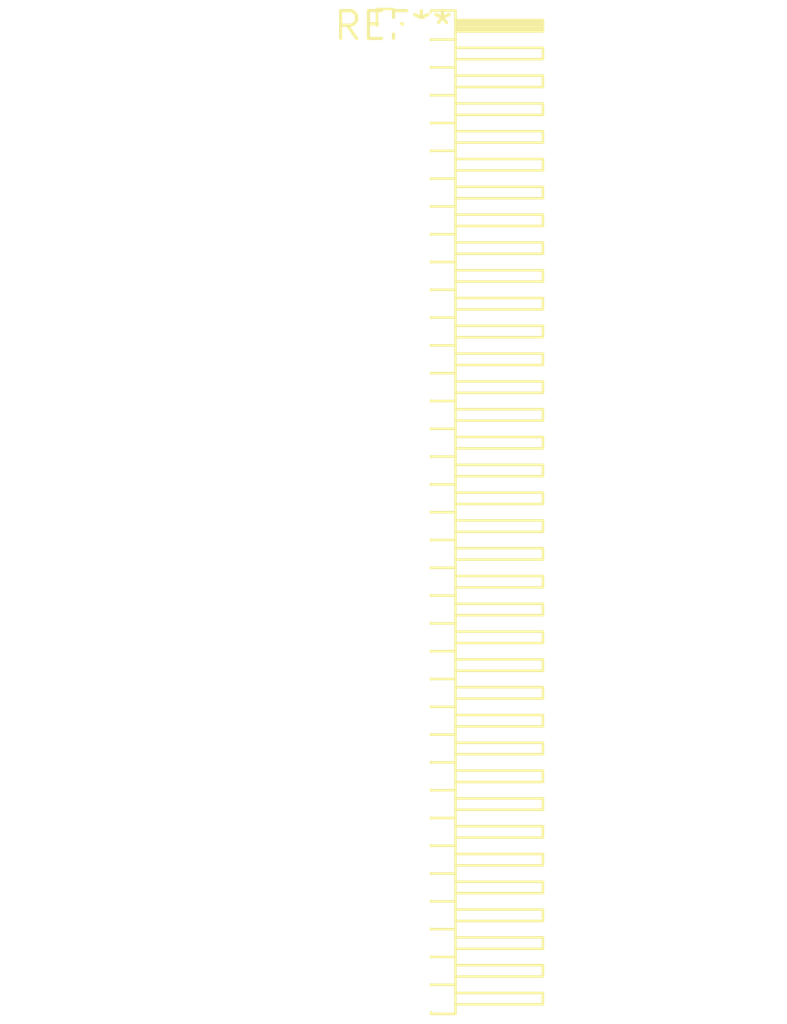
<source format=kicad_pcb>
(kicad_pcb (version 20240108) (generator pcbnew)
  (layers (0 "F.Cu" signal) (31 "B.Cu" signal) (34 "B.Paste" user) (35 "F.Paste" user) (36 "B.SilkS" user "B.Silkscreen") (37 "F.SilkS" user "F.Silkscreen") (38 "B.Mask" user) (39 "F.Mask" user) (44 "Edge.Cuts" user))
  (net 0 "")
  (footprint "PinHeader_2x36_P1.27mm_Horizontal" (layer "F.Cu") (at 0 0)
    (property "Reference" "REF**")
    (property "Value" "PinHeader_2x36_P1.27mm_Horizontal")
    (fp_line (start -0.76 -0.76) (end 0 -0.76) (layer "F.SilkS") (stroke (width 0.12)))
    (fp_line (start -0.76 0) (end -0.76 -0.76) (layer "F.SilkS") (stroke (width 0.12)))
    (fp_line (start 1.71 -0.695) (end 2.83 -0.695) (layer "F.SilkS") (stroke (width 0.12)))
    (fp_line (start 1.71 -0.619677) (end 1.71 -0.695) (layer "F.SilkS") (stroke (width 0.12)))
    (fp_line (start 1.71 0.619677) (end 1.71 0.650323) (layer "F.SilkS") (stroke (width 0.12)))
    (fp_line (start 1.71 0.635) (end 2.83 0.635) (layer "F.SilkS") (stroke (width 0.12)))
    (fp_line (start 1.71 1.889677) (end 1.71 1.920323) (layer "F.SilkS") (stroke (width 0.12)))
    (fp_line (start 1.71 1.905) (end 2.83 1.905) (layer "F.SilkS") (stroke (width 0.12)))
    (fp_line (start 1.71 3.159677) (end 1.71 3.190323) (layer "F.SilkS") (stroke (width 0.12)))
    (fp_line (start 1.71 3.175) (end 2.83 3.175) (layer "F.SilkS") (stroke (width 0.12)))
    (fp_line (start 1.71 4.429677) (end 1.71 4.460323) (layer "F.SilkS") (stroke (width 0.12)))
    (fp_line (start 1.71 4.445) (end 2.83 4.445) (layer "F.SilkS") (stroke (width 0.12)))
    (fp_line (start 1.71 5.699677) (end 1.71 5.730323) (layer "F.SilkS") (stroke (width 0.12)))
    (fp_line (start 1.71 5.715) (end 2.83 5.715) (layer "F.SilkS") (stroke (width 0.12)))
    (fp_line (start 1.71 6.969677) (end 1.71 7.000323) (layer "F.SilkS") (stroke (width 0.12)))
    (fp_line (start 1.71 6.985) (end 2.83 6.985) (layer "F.SilkS") (stroke (width 0.12)))
    (fp_line (start 1.71 8.239677) (end 1.71 8.270323) (layer "F.SilkS") (stroke (width 0.12)))
    (fp_line (start 1.71 8.255) (end 2.83 8.255) (layer "F.SilkS") (stroke (width 0.12)))
    (fp_line (start 1.71 9.509677) (end 1.71 9.540323) (layer "F.SilkS") (stroke (width 0.12)))
    (fp_line (start 1.71 9.525) (end 2.83 9.525) (layer "F.SilkS") (stroke (width 0.12)))
    (fp_line (start 1.71 10.779677) (end 1.71 10.810323) (layer "F.SilkS") (stroke (width 0.12)))
    (fp_line (start 1.71 10.795) (end 2.83 10.795) (layer "F.SilkS") (stroke (width 0.12)))
    (fp_line (start 1.71 12.049677) (end 1.71 12.080323) (layer "F.SilkS") (stroke (width 0.12)))
    (fp_line (start 1.71 12.065) (end 2.83 12.065) (layer "F.SilkS") (stroke (width 0.12)))
    (fp_line (start 1.71 13.319677) (end 1.71 13.350323) (layer "F.SilkS") (stroke (width 0.12)))
    (fp_line (start 1.71 13.335) (end 2.83 13.335) (layer "F.SilkS") (stroke (width 0.12)))
    (fp_line (start 1.71 14.589677) (end 1.71 14.620323) (layer "F.SilkS") (stroke (width 0.12)))
    (fp_line (start 1.71 14.605) (end 2.83 14.605) (layer "F.SilkS") (stroke (width 0.12)))
    (fp_line (start 1.71 15.859677) (end 1.71 15.890323) (layer "F.SilkS") (stroke (width 0.12)))
    (fp_line (start 1.71 15.875) (end 2.83 15.875) (layer "F.SilkS") (stroke (width 0.12)))
    (fp_line (start 1.71 17.129677) (end 1.71 17.160323) (layer "F.SilkS") (stroke (width 0.12)))
    (fp_line (start 1.71 17.145) (end 2.83 17.145) (layer "F.SilkS") (stroke (width 0.12)))
    (fp_line (start 1.71 18.399677) (end 1.71 18.430323) (layer "F.SilkS") (stroke (width 0.12)))
    (fp_line (start 1.71 18.415) (end 2.83 18.415) (layer "F.SilkS") (stroke (width 0.12)))
    (fp_line (start 1.71 19.669677) (end 1.71 19.700323) (layer "F.SilkS") (stroke (width 0.12)))
    (fp_line (start 1.71 19.685) (end 2.83 19.685) (layer "F.SilkS") (stroke (width 0.12)))
    (fp_line (start 1.71 20.939677) (end 1.71 20.970323) (layer "F.SilkS") (stroke (width 0.12)))
    (fp_line (start 1.71 20.955) (end 2.83 20.955) (layer "F.SilkS") (stroke (width 0.12)))
    (fp_line (start 1.71 22.209677) (end 1.71 22.240323) (layer "F.SilkS") (stroke (width 0.12)))
    (fp_line (start 1.71 22.225) (end 2.83 22.225) (layer "F.SilkS") (stroke (width 0.12)))
    (fp_line (start 1.71 23.479677) (end 1.71 23.510323) (layer "F.SilkS") (stroke (width 0.12)))
    (fp_line (start 1.71 23.495) (end 2.83 23.495) (layer "F.SilkS") (stroke (width 0.12)))
    (fp_line (start 1.71 24.749677) (end 1.71 24.780323) (layer "F.SilkS") (stroke (width 0.12)))
    (fp_line (start 1.71 24.765) (end 2.83 24.765) (layer "F.SilkS") (stroke (width 0.12)))
    (fp_line (start 1.71 26.019677) (end 1.71 26.050323) (layer "F.SilkS") (stroke (width 0.12)))
    (fp_line (start 1.71 26.035) (end 2.83 26.035) (layer "F.SilkS") (stroke (width 0.12)))
    (fp_line (start 1.71 27.289677) (end 1.71 27.320323) (layer "F.SilkS") (stroke (width 0.12)))
    (fp_line (start 1.71 27.305) (end 2.83 27.305) (layer "F.SilkS") (stroke (width 0.12)))
    (fp_line (start 1.71 28.559677) (end 1.71 28.590323) (layer "F.SilkS") (stroke (width 0.12)))
    (fp_line (start 1.71 28.575) (end 2.83 28.575) (layer "F.SilkS") (stroke (width 0.12)))
    (fp_line (start 1.71 29.829677) (end 1.71 29.860323) (layer "F.SilkS") (stroke (width 0.12)))
    (fp_line (start 1.71 29.845) (end 2.83 29.845) (layer "F.SilkS") (stroke (width 0.12)))
    (fp_line (start 1.71 31.099677) (end 1.71 31.130323) (layer "F.SilkS") (stroke (width 0.12)))
    (fp_line (start 1.71 31.115) (end 2.83 31.115) (layer "F.SilkS") (stroke (width 0.12)))
    (fp_line (start 1.71 32.369677) (end 1.71 32.400323) (layer "F.SilkS") (stroke (width 0.12)))
    (fp_line (start 1.71 32.385) (end 2.83 32.385) (layer "F.SilkS") (stroke (width 0.12)))
    (fp_line (start 1.71 33.639677) (end 1.71 33.670323) (layer "F.SilkS") (stroke (width 0.12)))
    (fp_line (start 1.71 33.655) (end 2.83 33.655) (layer "F.SilkS") (stroke (width 0.12)))
    (fp_line (start 1.71 34.909677) (end 1.71 34.940323) (layer "F.SilkS") (stroke (width 0.12)))
    (fp_line (start 1.71 34.925) (end 2.83 34.925) (layer "F.SilkS") (stroke (width 0.12)))
    (fp_line (start 1.71 36.179677) (end 1.71 36.210323) (layer "F.SilkS") (stroke (width 0.12)))
    (fp_line (start 1.71 36.195) (end 2.83 36.195) (layer "F.SilkS") (stroke (width 0.12)))
    (fp_line (start 1.71 37.449677) (end 1.71 37.480323) (layer "F.SilkS") (stroke (width 0.12)))
    (fp_line (start 1.71 37.465) (end 2.83 37.465) (layer "F.SilkS") (stroke (width 0.12)))
    (fp_line (start 1.71 38.719677) (end 1.71 38.750323) (layer "F.SilkS") (stroke (width 0.12)))
    (fp_line (start 1.71 38.735) (end 2.83 38.735) (layer "F.SilkS") (stroke (width 0.12)))
    (fp_line (start 1.71 39.989677) (end 1.71 40.020323) (layer "F.SilkS") (stroke (width 0.12)))
    (fp_line (start 1.71 40.005) (end 2.83 40.005) (layer "F.SilkS") (stroke (width 0.12)))
    (fp_line (start 1.71 41.259677) (end 1.71 41.290323) (layer "F.SilkS") (stroke (width 0.12)))
    (fp_line (start 1.71 41.275) (end 2.83 41.275) (layer "F.SilkS") (stroke (width 0.12)))
    (fp_line (start 1.71 42.529677) (end 1.71 42.560323) (layer "F.SilkS") (stroke (width 0.12)))
    (fp_line (start 1.71 42.545) (end 2.83 42.545) (layer "F.SilkS") (stroke (width 0.12)))
    (fp_line (start 1.71 43.799677) (end 1.71 43.830323) (layer "F.SilkS") (stroke (width 0.12)))
    (fp_line (start 1.71 43.815) (end 2.83 43.815) (layer "F.SilkS") (stroke (width 0.12)))
    (fp_line (start 1.71 45.145) (end 1.71 45.069677) (layer "F.SilkS") (stroke (width 0.12)))
    (fp_line (start 2.83 -0.695) (end 2.83 45.145) (layer "F.SilkS") (stroke (width 0.12)))
    (fp_line (start 2.83 -0.26) (end 6.83 -0.26) (layer "F.SilkS") (stroke (width 0.12)))
    (fp_line (start 2.83 -0.2) (end 6.83 -0.2) (layer "F.SilkS") (stroke (width 0.12)))
    (fp_line (start 2.83 -0.08) (end 6.83 -0.08) (layer "F.SilkS") (stroke (width 0.12)))
    (fp_line (start 2.83 0.04) (end 6.83 0.04) (layer "F.SilkS") (stroke (width 0.12)))
    (fp_line (start 2.83 0.16) (end 6.83 0.16) (layer "F.SilkS") (stroke (width 0.12)))
    (fp_line (start 2.83 1.01) (end 6.83 1.01) (layer "F.SilkS") (stroke (width 0.12)))
    (fp_line (start 2.83 2.28) (end 6.83 2.28) (layer "F.SilkS") (stroke (width 0.12)))
    (fp_line (start 2.83 3.55) (end 6.83 3.55) (layer "F.SilkS") (stroke (width 0.12)))
    (fp_line (start 2.83 4.82) (end 6.83 4.82) (layer "F.SilkS") (stroke (width 0.12)))
    (fp_line (start 2.83 6.09) (end 6.83 6.09) (layer "F.SilkS") (stroke (width 0.12)))
    (fp_line (start 2.83 7.36) (end 6.83 7.36) (layer "F.SilkS") (stroke (width 0.12)))
    (fp_line (start 2.83 8.63) (end 6.83 8.63) (layer "F.SilkS") (stroke (width 0.12)))
    (fp_line (start 2.83 9.9) (end 6.83 9.9) (layer "F.SilkS") (stroke (width 0.12)))
    (fp_line (start 2.83 11.17) (end 6.83 11.17) (layer "F.SilkS") (stroke (width 0.12)))
    (fp_line (start 2.83 12.44) (end 6.83 12.44) (layer "F.SilkS") (stroke (width 0.12)))
    (fp_line (start 2.83 13.71) (end 6.83 13.71) (layer "F.SilkS") (stroke (width 0.12)))
    (fp_line (start 2.83 14.98) (end 6.83 14.98) (layer "F.SilkS") (stroke (width 0.12)))
    (fp_line (start 2.83 16.25) (end 6.83 16.25) (layer "F.SilkS") (stroke (width 0.12)))
    (fp_line (start 2.83 17.52) (end 6.83 17.52) (layer "F.SilkS") (stroke (width 0.12)))
    (fp_line (start 2.83 18.79) (end 6.83 18.79) (layer "F.SilkS") (stroke (width 0.12)))
    (fp_line (start 2.83 20.06) (end 6.83 20.06) (layer "F.SilkS") (stroke (width 0.12)))
    (fp_line (start 2.83 21.33) (end 6.83 21.33) (layer "F.SilkS") (stroke (width 0.12)))
    (fp_line (start 2.83 22.6) (end 6.83 22.6) (layer "F.SilkS") (stroke (width 0.12)))
    (fp_line (start 2.83 23.87) (end 6.83 23.87) (layer "F.SilkS") (stroke (width 0.12)))
    (fp_line (start 2.83 25.14) (end 6.83 25.14) (layer "F.SilkS") (stroke (width 0.12)))
    (fp_line (start 2.83 26.41) (end 6.83 26.41) (layer "F.SilkS") (stroke (width 0.12)))
    (fp_line (start 2.83 27.68) (end 6.83 27.68) (layer "F.SilkS") (stroke (width 0.12)))
    (fp_line (start 2.83 28.95) (end 6.83 28.95) (layer "F.SilkS") (stroke (width 0.12)))
    (fp_line (start 2.83 30.22) (end 6.83 30.22) (layer "F.SilkS") (stroke (width 0.12)))
    (fp_line (start 2.83 31.49) (end 6.83 31.49) (layer "F.SilkS") (stroke (width 0.12)))
    (fp_line (start 2.83 32.76) (end 6.83 32.76) (layer "F.SilkS") (stroke (width 0.12)))
    (fp_line (start 2.83 34.03) (end 6.83 34.03) (layer "F.SilkS") (stroke (width 0.12)))
    (fp_line (start 2.83 35.3) (end 6.83 35.3) (layer "F.SilkS") (stroke (width 0.12)))
    (fp_line (start 2.83 36.57) (end 6.83 36.57) (layer "F.SilkS") (stroke (width 0.12)))
    (fp_line (start 2.83 37.84) (end 6.83 37.84) (layer "F.SilkS") (stroke (width 0.12)))
    (fp_line (start 2.83 39.11) (end 6.83 39.11) (layer "F.SilkS") (stroke (width 0.12)))
    (fp_line (start 2.83 40.38) (end 6.83 40.38) (layer "F.SilkS") (stroke (width 0.12)))
    (fp_line (start 2.83 41.65) (end 6.83 41.65) (layer "F.SilkS") (stroke (width 0.12)))
    (fp_line (start 2.83 42.92) (end 6.83 42.92) (layer "F.SilkS") (stroke (width 0.12)))
    (fp_line (start 2.83 44.19) (end 6.83 44.19) (layer "F.SilkS") (stroke (width 0.12)))
    (fp_line (start 2.83 45.145) (end 1.71 45.145) (layer "F.SilkS") (stroke (width 0.12)))
    (fp_line (start 6.83 -0.26) (end 6.83 0.26) (layer "F.SilkS") (stroke (width 0.12)))
    (fp_line (start 6.83 0.26) (end 2.83 0.26) (layer "F.SilkS") (stroke (width 0.12)))
    (fp_line (start 6.83 1.01) (end 6.83 1.53) (layer "F.SilkS") (stroke (width 0.12)))
    (fp_line (start 6.83 1.53) (end 2.83 1.53) (layer "F.SilkS") (stroke (width 0.12)))
    (fp_line (start 6.83 2.28) (end 6.83 2.8) (layer "F.SilkS") (stroke (width 0.12)))
    (fp_line (start 6.83 2.8) (end 2.83 2.8) (layer "F.SilkS") (stroke (width 0.12)))
    (fp_line (start 6.83 3.55) (end 6.83 4.07) (layer "F.SilkS") (stroke (width 0.12)))
    (fp_line (start 6.83 4.07) (end 2.83 4.07) (layer "F.SilkS") (stroke (width 0.12)))
    (fp_line (start 6.83 4.82) (end 6.83 5.34) (layer "F.SilkS") (stroke (width 0.12)))
    (fp_line (start 6.83 5.34) (end 2.83 5.34) (layer "F.SilkS") (stroke (width 0.12)))
    (fp_line (start 6.83 6.09) (end 6.83 6.61) (layer "F.SilkS") (stroke (width 0.12)))
    (fp_line (start 6.83 6.61) (end 2.83 6.61) (layer "F.SilkS") (stroke (width 0.12)))
    (fp_line (start 6.83 7.36) (end 6.83 7.88) (layer "F.SilkS") (stroke (width 0.12)))
    (fp_line (start 6.83 7.88) (end 2.83 7.88) (layer "F.SilkS") (stroke (width 0.12)))
    (fp_line (start 6.83 8.63) (end 6.83 9.15) (layer "F.SilkS") (stroke (width 0.12)))
    (fp_line (start 6.83 9.15) (end 2.83 9.15) (layer "F.SilkS") (stroke (width 0.12)))
    (fp_line (start 6.83 9.9) (end 6.83 10.42) (layer "F.SilkS") (stroke (width 0.12)))
    (fp_line (start 6.83 10.42) (end 2.83 10.42) (layer "F.SilkS") (stroke (width 0.12)))
    (fp_line (start 6.83 11.17) (end 6.83 11.69) (layer "F.SilkS") (stroke (width 0.12)))
    (fp_line (start 6.83 11.69) (end 2.83 11.69) (layer "F.SilkS") (stroke (width 0.12)))
    (fp_line (start 6.83 12.44) (end 6.83 12.96) (layer "F.SilkS") (stroke (width 0.12)))
    (fp_line (start 6.83 12.96) (end 2.83 12.96) (layer "F.SilkS") (stroke (width 0.12)))
    (fp_line (start 6.83 13.71) (end 6.83 14.23) (layer "F.SilkS") (stroke (width 0.12)))
    (fp_line (start 6.83 14.23) (end 2.83 14.23) (layer "F.SilkS") (stroke (width 0.12)))
    (fp_line (start 6.83 14.98) (end 6.83 15.5) (layer "F.SilkS") (stroke (width 0.12)))
    (fp_line (start 6.83 15.5) (end 2.83 15.5) (layer "F.SilkS") (stroke (width 0.12)))
    (fp_line (start 6.83 16.25) (end 6.83 16.77) (layer "F.SilkS") (stroke (width 0.12)))
    (fp_line (start 6.83 16.77) (end 2.83 16.77) (layer "F.SilkS") (stroke (width 0.12)))
    (fp_line (start 6.83 17.52) (end 6.83 18.04) (layer "F.SilkS") (stroke (width 0.12)))
    (fp_line (start 6.83 18.04) (end 2.83 18.04) (layer "F.SilkS") (stroke (width 0.12)))
    (fp_line (start 6.83 18.79) (end 6.83 19.31) (layer "F.SilkS") (stroke (width 0.12)))
    (fp_line (start 6.83 19.31) (end 2.83 19.31) (layer "F.SilkS") (stroke (width 0.12)))
    (fp_line (start 6.83 20.06) (end 6.83 20.58) (layer "F.SilkS") (stroke (width 0.12)))
    (fp_line (start 6.83 20.58) (end 2.83 20.58) (layer "F.SilkS") (stroke (width 0.12)))
    (fp_line (start 6.83 21.33) (end 6.83 21.85) (layer "F.SilkS") (stroke (width 0.12)))
    (fp_line (start 6.83 21.85) (end 2.83 21.85) (layer "F.SilkS") (stroke (width 0.12)))
    (fp_line (start 6.83 22.6) (end 6.83 23.12) (layer "F.SilkS") (stroke (width 0.12)))
    (fp_line (start 6.83 23.12) (end 2.83 23.12) (layer "F.SilkS") (stroke (width 0.12)))
    (fp_line (start 6.83 23.87) (end 6.83 24.39) (layer "F.SilkS") (stroke (width 0.12)))
    (fp_line (start 6.83 24.39) (end 2.83 24.39) (layer "F.SilkS") (stroke (width 0.12)))
    (fp_line (start 6.83 25.14) (end 6.83 25.66) (layer "F.SilkS") (stroke (width 0.12)))
    (fp_line (start 6.83 25.66) (end 2.83 25.66) (layer "F.SilkS") (stroke (width 0.12)))
    (fp_line (start 6.83 26.41) (end 6.83 26.93) (layer "F.SilkS") (stroke (width 0.12)))
    (fp_line (start 6.83 26.93) (end 2.83 26.93) (layer "F.SilkS") (stroke (width 0.12)))
    (fp_line (start 6.83 27.68) (end 6.83 28.2) (layer "F.SilkS") (stroke (width 0.12)))
    (fp_line (start 6.83 28.2) (end 2.83 28.2) (layer "F.SilkS") (stroke (width 0.12)))
    (fp_line (start 6.83 28.95) (end 6.83 29.47) (layer "F.SilkS") (stroke (width 0.12)))
    (fp_line (start 6.83 29.47) (end 2.83 29.47) (layer "F.SilkS") (stroke (width 0.12)))
    (fp_line (start 6.83 30.22) (end 6.83 30.74) (layer "F.SilkS") (stroke (width 0.12)))
    (fp_line (start 6.83 30.74) (end 2.83 30.74) (layer "F.SilkS") (stroke (width 0.12)))
    (fp_line (start 6.83 31.49) (end 6.83 32.01) (layer "F.SilkS") (stroke (width 0.12)))
    (fp_line (start 6.83 32.01) (end 2.83 32.01) (layer "F.SilkS") (stroke (width 0.12)))
    (fp_line (start 6.83 32.76) (end 6.83 33.28) (layer "F.SilkS") (stroke (width 0.12)))
    (fp_line (start 6.83 33.28) (end 2.83 33.28) (layer "F.SilkS") (stroke (width 0.12)))
    (fp_line (start 6.83 34.03) (end 6.83 34.55) (layer "F.SilkS") (stroke (width 0.12)))
    (fp_line (start 6.83 34.55) (end 2.83 34.55) (layer "F.SilkS") (stroke (width 0.12)))
    (fp_line (start 6.83 35.3) (end 6.83 35.82) (layer "F.SilkS") (stroke (width 0.12)))
    (fp_line (start 6.83 35.82) (end 2.83 35.82) (layer "F.SilkS") (stroke (width 0.12)))
    (fp_line (start 6.83 36.57) (end 6.83 37.09) (layer "F.SilkS") (stroke (width 0.12)))
    (fp_line (start 6.83 37.09) (end 2.83 37.09) (layer "F.SilkS") (stroke (width 0.12)))
    (fp_line (start 6.83 37.84) (end 6.83 38.36) (layer "F.SilkS") (stroke (width 0.12)))
    (fp_line (start 6.83 38.36) (end 2.83 38.36) (layer "F.SilkS") (stroke (width 0.12)))
    (fp_line (start 6.83 39.11) (end 6.83 39.63) (layer "F.SilkS") (stroke (width 0.12)))
    (fp_line (start 6.83 39.63) (end 2.83 39.63) (layer "F.SilkS") (stroke (width 0.12)))
    (fp_line (start 6.83 40.38) (end 6.83 40.9) (layer "F.SilkS") (stroke (width 0.12)))
    (fp_line (start 6.83 40.9) (end 2.83 40.9) (layer "F.SilkS") (stroke (width 0.12)))
    (fp_line (start 6.83 41.65) (end 6.83 42.17) (layer "F.SilkS") (stroke (width 0.12)))
    (fp_line (start 6.83 42.17) (end 2.83 42.17) (layer "F.SilkS") (stroke (width 0.12)))
    (fp_line (start 6.83 42.92) (end 6.83 43.44) (layer "F.SilkS") (stroke (width 0.12)))
    (fp_line (start 6.83 43.44) (end 2.83 43.44) (layer "F.SilkS") (stroke (width 0.12)))
    (fp_line (start 6.83 44.19) (end 6.83 44.71) (layer "F.SilkS") (stroke (width 0.12)))
    (fp_line (start 6.83 44.71) (end 2.83 44.71) (layer "F.SilkS") (stroke (width 0.12)))
    (pad "1" thru_hole rect (at 0 0) (size 1 1) (drill 0.65) (layers *.Cu *.Mask) (remove_unused_layers))
    (pad "2" thru_hole oval (at 1.27 0) (size 1 1) (drill 0.65) (layers *.Cu *.Mask) (remove_unused_layers))
    (pad "3" thru_hole oval (at 0 1.27) (size 1 1) (drill 0.65) (layers *.Cu *.Mask) (remove_unused_layers))
    (pad "4" thru_hole oval (at 1.27 1.27) (size 1 1) (drill 0.65) (layers *.Cu *.Mask) (remove_unused_layers))
    (pad "5" thru_hole oval (at 0 2.54) (size 1 1) (drill 0.65) (layers *.Cu *.Mask) (remove_unused_layers))
    (pad "6" thru_hole oval (at 1.27 2.54) (size 1 1) (drill 0.65) (layers *.Cu *.Mask) (remove_unused_layers))
    (pad "7" thru_hole oval (at 0 3.81) (size 1 1) (drill 0.65) (layers *.Cu *.Mask) (remove_unused_layers))
    (pad "8" thru_hole oval (at 1.27 3.81) (size 1 1) (drill 0.65) (layers *.Cu *.Mask) (remove_unused_layers))
    (pad "9" thru_hole oval (at 0 5.08) (size 1 1) (drill 0.65) (layers *.Cu *.Mask) (remove_unused_layers))
    (pad "10" thru_hole oval (at 1.27 5.08) (size 1 1) (drill 0.65) (layers *.Cu *.Mask) (remove_unused_layers))
    (pad "11" thru_hole oval (at 0 6.35) (size 1 1) (drill 0.65) (layers *.Cu *.Mask) (remove_unused_layers))
    (pad "12" thru_hole oval (at 1.27 6.35) (size 1 1) (drill 0.65) (layers *.Cu *.Mask) (remove_unused_layers))
    (pad "13" thru_hole oval (at 0 7.62) (size 1 1) (drill 0.65) (layers *.Cu *.Mask) (remove_unused_layers))
    (pad "14" thru_hole oval (at 1.27 7.62) (size 1 1) (drill 0.65) (layers *.Cu *.Mask) (remove_unused_layers))
    (pad "15" thru_hole oval (at 0 8.89) (size 1 1) (drill 0.65) (layers *.Cu *.Mask) (remove_unused_layers))
    (pad "16" thru_hole oval (at 1.27 8.89) (size 1 1) (drill 0.65) (layers *.Cu *.Mask) (remove_unused_layers))
    (pad "17" thru_hole oval (at 0 10.16) (size 1 1) (drill 0.65) (layers *.Cu *.Mask) (remove_unused_layers))
    (pad "18" thru_hole oval (at 1.27 10.16) (size 1 1) (drill 0.65) (layers *.Cu *.Mask) (remove_unused_layers))
    (pad "19" thru_hole oval (at 0 11.43) (size 1 1) (drill 0.65) (layers *.Cu *.Mask) (remove_unused_layers))
    (pad "20" thru_hole oval (at 1.27 11.43) (size 1 1) (drill 0.65) (layers *.Cu *.Mask) (remove_unused_layers))
    (pad "21" thru_hole oval (at 0 12.7) (size 1 1) (drill 0.65) (layers *.Cu *.Mask) (remove_unused_layers))
    (pad "22" thru_hole oval (at 1.27 12.7) (size 1 1) (drill 0.65) (layers *.Cu *.Mask) (remove_unused_layers))
    (pad "23" thru_hole oval (at 0 13.97) (size 1 1) (drill 0.65) (layers *.Cu *.Mask) (remove_unused_layers))
    (pad "24" thru_hole oval (at 1.27 13.97) (size 1 1) (drill 0.65) (layers *.Cu *.Mask) (remove_unused_layers))
    (pad "25" thru_hole oval (at 0 15.24) (size 1 1) (drill 0.65) (layers *.Cu *.Mask) (remove_unused_layers))
    (pad "26" thru_hole oval (at 1.27 15.24) (size 1 1) (drill 0.65) (layers *.Cu *.Mask) (remove_unused_layers))
    (pad "27" thru_hole oval (at 0 16.51) (size 1 1) (drill 0.65) (layers *.Cu *.Mask) (remove_unused_layers))
    (pad "28" thru_hole oval (at 1.27 16.51) (size 1 1) (drill 0.65) (layers *.Cu *.Mask) (remove_unused_layers))
    (pad "29" thru_hole oval (at 0 17.78) (size 1 1) (drill 0.65) (layers *.Cu *.Mask) (remove_unused_layers))
    (pad "30" thru_hole oval (at 1.27 17.78) (size 1 1) (drill 0.65) (layers *.Cu *.Mask) (remove_unused_layers))
    (pad "31" thru_hole oval (at 0 19.05) (size 1 1) (drill 0.65) (layers *.Cu *.Mask) (remove_unused_layers))
    (pad "32" thru_hole oval (at 1.27 19.05) (size 1 1) (drill 0.65) (layers *.Cu *.Mask) (remove_unused_layers))
    (pad "33" thru_hole oval (at 0 20.32) (size 1 1) (drill 0.65) (layers *.Cu *.Mask) (remove_unused_layers))
    (pad "34" thru_hole oval (at 1.27 20.32) (size 1 1) (drill 0.65) (layers *.Cu *.Mask) (remove_unused_layers))
    (pad "35" thru_hole oval (at 0 21.59) (size 1 1) (drill 0.65) (layers *.Cu *.Mask) (remove_unused_layers))
    (pad "36" thru_hole oval (at 1.27 21.59) (size 1 1) (drill 0.65) (layers *.Cu *.Mask) (remove_unused_layers))
    (pad "37" thru_hole oval (at 0 22.86) (size 1 1) (drill 0.65) (layers *.Cu *.Mask) (remove_unused_layers))
    (pad "38" thru_hole oval (at 1.27 22.86) (size 1 1) (drill 0.65) (layers *.Cu *.Mask) (remove_unused_layers))
    (pad "39" thru_hole oval (at 0 24.13) (size 1 1) (drill 0.65) (layers *.Cu *.Mask) (remove_unused_layers))
    (pad "40" thru_hole oval (at 1.27 24.13) (size 1 1) (drill 0.65) (layers *.Cu *.Mask) (remove_unused_layers))
    (pad "41" thru_hole oval (at 0 25.4) (size 1 1) (drill 0.65) (layers *.Cu *.Mask) (remove_unused_layers))
    (pad "42" thru_hole oval (at 1.27 25.4) (size 1 1) (drill 0.65) (layers *.Cu *.Mask) (remove_unused_layers))
    (pad "43" thru_hole oval (at 0 26.67) (size 1 1) (drill 0.65) (layers *.Cu *.Mask) (remove_unused_layers))
    (pad "44" thru_hole oval (at 1.27 26.67) (size 1 1) (drill 0.65) (layers *.Cu *.Mask) (remove_unused_layers))
    (pad "45" thru_hole oval (at 0 27.94) (size 1 1) (drill 0.65) (layers *.Cu *.Mask) (remove_unused_layers))
    (pad "46" thru_hole oval (at 1.27 27.94) (size 1 1) (drill 0.65) (layers *.Cu *.Mask) (remove_unused_layers))
    (pad "47" thru_hole oval (at 0 29.21) (size 1 1) (drill 0.65) (layers *.Cu *.Mask) (remove_unused_layers))
    (pad "48" thru_hole oval (at 1.27 29.21) (size 1 1) (drill 0.65) (layers *.Cu *.Mask) (remove_unused_layers))
    (pad "49" thru_hole oval (at 0 30.48) (size 1 1) (drill 0.65) (layers *.Cu *.Mask) (remove_unused_layers))
    (pad "50" thru_hole oval (at 1.27 30.48) (size 1 1) (drill 0.65) (layers *.Cu *.Mask) (remove_unused_layers))
    (pad "51" thru_hole oval (at 0 31.75) (size 1 1) (drill 0.65) (layers *.Cu *.Mask) (remove_unused_layers))
    (pad "52" thru_hole oval (at 1.27 31.75) (size 1 1) (drill 0.65) (layers *.Cu *.Mask) (remove_unused_layers))
    (pad "53" thru_hole oval (at 0 33.02) (size 1 1) (drill 0.65) (layers *.Cu *.Mask) (remove_unused_layers))
    (pad "54" thru_hole oval (at 1.27 33.02) (size 1 1) (drill 0.65) (layers *.Cu *.Mask) (remove_unused_layers))
    (pad "55" thru_hole oval (at 0 34.29) (size 1 1) (drill 0.65) (layers *.Cu *.Mask) (remove_unused_layers))
    (pad "56" thru_hole oval (at 1.27 34.29) (size 1 1) (drill 0.65) (layers *.Cu *.Mask) (remove_unused_layers))
    (pad "57" thru_hole oval (at 0 35.56) (size 1 1) (drill 0.65) (layers *.Cu *.Mask) (remove_unused_layers))
    (pad "58" thru_hole oval (at 1.27 35.56) (size 1 1) (drill 0.65) (layers *.Cu *.Mask) (remove_unused_layers))
    (pad "59" thru_hole oval (at 0 36.83) (size 1 1) (drill 0.65) (layers *.Cu *.Mask) (remove_unused_layers))
    (pad "60" thru_hole oval (at 1.27 36.83) (size 1 1) (drill 0.65) (layers *.Cu *.Mask) (remove_unused_layers))
    (pad "61" thru_hole oval (at 0 38.1) (size 1 1) (drill 0.65) (layers *.Cu *.Mask) (remove_unused_layers))
    (pad "62" thru_hole oval (at 1.27 38.1) (size 1 1) (drill 0.65) (layers *.Cu *.Mask) (remove_unused_layers))
    (pad "63" thru_hole oval (at 0 39.37) (size 1 1) (drill 0.65) (layers *.Cu *.Mask) (remove_unused_layers))
    (pad "64" thru_hole oval (at 1.27 39.37) (size 1 1) (drill 0.65) (layers *.Cu *.Mask) (remove_unused_layers))
    (pad "65" thru_hole oval (at 0 40.64) (size 1 1) (drill 0.65) (layers *.Cu *.Mask) (remove_unused_layers))
    (pad "66" thru_hole oval (at 1.27 40.64) (size 1 1) (drill 0.65) (layers *.Cu *.Mask) (remove_unused_layers))
    (pad "67" thru_hole oval (at 0 41.91) (size 1 1) (drill 0.65) (layers *.Cu *.Mask) (remove_unused_layers))
    (pad "68" thru_hole oval (at 1.27 41.91) (size 1 1) (drill 0.65) (layers *.Cu *.Mask) (remove_unused_layers))
    (pad "69" thru_hole oval (at 0 43.18) (size 1 1) (drill 0.65) (layers *.Cu *.Mask) (remove_unused_layers))
    (pad "70" thru_hole oval (at 1.27 43.18) (size 1 1) (drill 0.65) (layers *.Cu *.Mask) (remove_unused_layers))
    (pad "71" thru_hole oval (at 0 44.45) (size 1 1) (drill 0.65) (layers *.Cu *.Mask) (remove_unused_layers))
    (pad "72" thru_hole oval (at 1.27 44.45) (size 1 1) (drill 0.65) (layers *.Cu *.Mask) (remove_unused_layers))
  )
)
</source>
